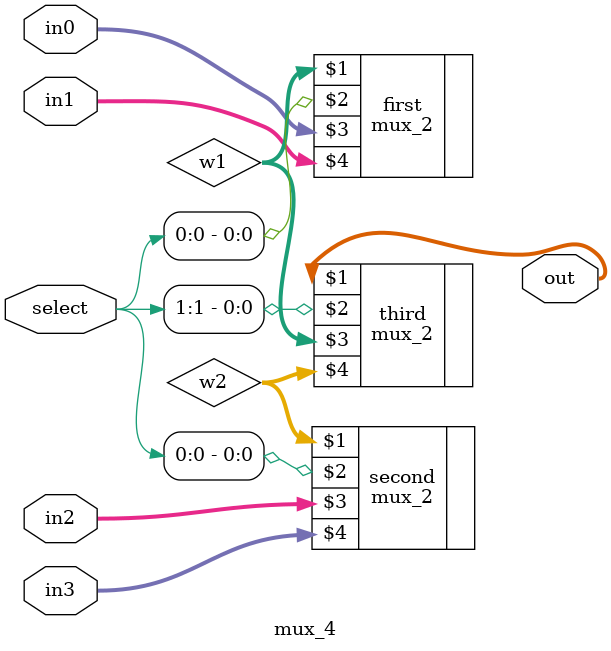
<source format=v>
`include "mux_2.v"
module mux_4(out, select, in0, in1, in2, in3);
    input[1:0] select; 
    input [31:0] in0, in1, in2, in3;
    output [31:0] out; 
    wire [31:0] w1, w2;
    mux_2 first(w1, select[0], in0, in1);
    mux_2 second(w2, select[0], in2, in3);
    mux_2 third (out, select[1], w1, w2);
endmodule

</source>
